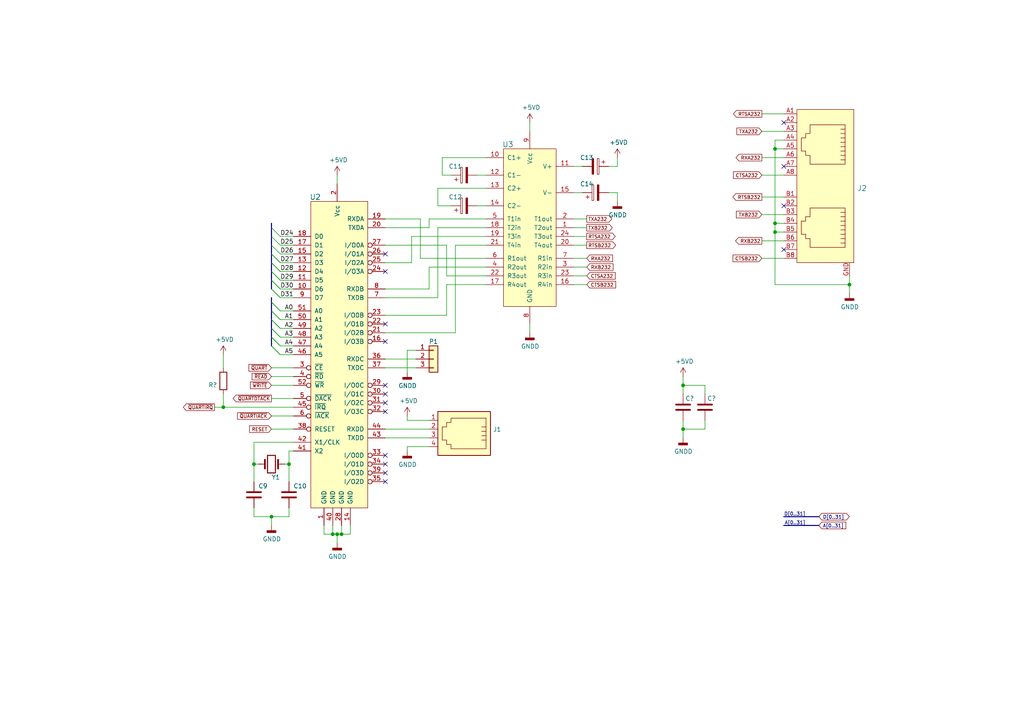
<source format=kicad_sch>
(kicad_sch (version 20211123) (generator eeschema)
  (paper "A4")
  (title_block (title "MAXI030 - 68030 based expandable computer") (date "2021-10-02") (comment 1 "Lawrence Manning"))
  (lib_symbols
    (symbol "Aslak:DUALRJ45" (pin_names (offset 1.016))
      (property "Reference" "J" (at 33.655 10.16 0))
      (property "Value" "Aslak_DUALRJ45" (at -5.08 10.16 0))
      (symbol "DUALRJ45_0_1"
        (rectangle (start -10.16 -7.62) (end 34.29 8.89) (fill (type background)))
        (polyline (pts (xy 19.685 6.35) (xy 19.685 5.08)))
        (polyline (pts (xy 20.955 6.35) (xy 20.955 5.08)))
        (polyline (pts (xy 22.225 6.35) (xy 22.225 5.08)))
        (polyline (pts (xy 23.495 6.35) (xy 23.495 5.08)))
        (polyline (pts (xy 24.765 6.35) (xy 24.765 5.08)))
        (polyline (pts (xy 26.035 6.35) (xy 26.035 5.08)))
        (polyline (pts (xy 27.305 6.35) (xy 27.305 5.08)))
        (polyline (pts (xy 28.575 6.35) (xy 28.575 5.08)))
        (polyline (pts (xy -4.445 5.08) (xy -4.445 6.35) (xy -4.445 6.35)))
        (polyline (pts (xy -3.175 6.35) (xy -3.175 5.08) (xy -3.175 5.08)))
        (polyline (pts (xy -1.905 6.35) (xy -1.905 5.08) (xy -1.905 5.08)))
        (polyline (pts (xy -0.635 6.35) (xy -0.635 5.08) (xy -0.635 5.08)))
        (polyline (pts (xy 0.635 6.35) (xy 0.635 5.08) (xy 0.635 5.08)))
        (polyline (pts (xy 1.905 6.35) (xy 1.905 5.08) (xy 1.905 5.08)))
        (polyline (pts (xy 3.175 5.08) (xy 3.175 6.35) (xy 3.175 6.35)))
        (polyline (pts (xy 4.445 5.08) (xy 4.445 6.35) (xy 4.445 6.35)))
        (polyline (pts (xy 22.225 -6.35) (xy 22.225 -5.08) (xy 20.955 -5.08) (xy 20.955 -3.81) (xy 18.415 -3.81) (xy 18.415 6.35) (xy 29.845 6.35)))
        (polyline (pts (xy 22.225 -6.35) (xy 26.035 -6.35) (xy 26.035 -5.08) (xy 27.305 -5.08) (xy 27.305 -3.81) (xy 29.845 -3.81) (xy 29.845 6.35)))
        (polyline (pts (xy -5.715 6.35) (xy 5.715 6.35) (xy 5.715 -3.81) (xy 3.175 -3.81) (xy 3.175 -5.08) (xy 1.905 -5.08) (xy 1.905 -6.35) (xy -1.905 -6.35) (xy -1.905 -5.08) (xy -3.175 -5.08) (xy -3.175 -3.81) (xy -5.715 -3.81) (xy -5.715 6.35) (xy -5.715 6.35)))
      )
      (symbol "DUALRJ45_1_1"
        (pin passive line (at -8.89 -11.43 90) (length 3.81) (name "~") (number "A1"))
        (pin passive line (at -6.35 -11.43 90) (length 3.81) (name "~") (number "A2"))
        (pin passive line (at -3.81 -11.43 90) (length 3.81) (name "~") (number "A3"))
        (pin passive line (at -1.27 -11.43 90) (length 3.81) (name "~") (number "A4"))
        (pin passive line (at 1.27 -11.43 90) (length 3.81) (name "~") (number "A5"))
        (pin passive line (at 3.81 -11.43 90) (length 3.81) (name "~") (number "A6"))
        (pin passive line (at 6.35 -11.43 90) (length 3.81) (name "~") (number "A7"))
        (pin passive line (at 8.89 -11.43 90) (length 3.81) (name "~") (number "A8"))
        (pin passive line (at 15.24 -11.43 90) (length 3.81) (name "~") (number "B1"))
        (pin passive line (at 17.78 -11.43 90) (length 3.81) (name "~") (number "B2"))
        (pin passive line (at 20.32 -11.43 90) (length 3.81) (name "~") (number "B3"))
        (pin passive line (at 22.86 -11.43 90) (length 3.81) (name "~") (number "B4"))
        (pin passive line (at 25.4 -11.43 90) (length 3.81) (name "~") (number "B5"))
        (pin passive line (at 27.94 -11.43 90) (length 3.81) (name "~") (number "B6"))
        (pin passive line (at 30.48 -11.43 90) (length 3.81) (name "~") (number "B7"))
        (pin passive line (at 33.02 -11.43 90) (length 3.81) (name "~") (number "B8"))
        (pin passive line (at 38.1 7.62 180) (length 3.81) (name "~") (number "GND"))
      )
    )
    (symbol "Aslak:MAX238" (pin_names (offset 1.016))
      (property "Reference" "U" (at -5.08 -22.86 0))
      (property "Value" "Aslak_MAX238" (at 5.08 25.4 0))
      (symbol "MAX238_0_1"
        (rectangle (start -7.62 24.13) (end 7.62 -21.59) (fill (type background)))
      )
      (symbol "MAX238_1_1"
        (pin output line (at 12.7 1.27 180) (length 5.08) (name "T2out") (number "1"))
        (pin passive line (at -12.7 21.59 0) (length 5.08) (name "C1+") (number "10"))
        (pin passive line (at 12.7 19.05 180) (length 5.08) (name "V+") (number "11"))
        (pin passive line (at -12.7 16.51 0) (length 5.08) (name "C1-") (number "12"))
        (pin passive line (at -12.7 12.7 0) (length 5.08) (name "C2+") (number "13"))
        (pin passive line (at -12.7 7.62 0) (length 5.08) (name "C2-") (number "14"))
        (pin passive line (at 12.7 11.43 180) (length 5.08) (name "V-") (number "15"))
        (pin input line (at 12.7 -15.24 180) (length 5.08) (name "R4in") (number "16"))
        (pin output line (at -12.7 -15.24 0) (length 5.08) (name "R4out") (number "17"))
        (pin input line (at -12.7 1.27 0) (length 5.08) (name "T2in") (number "18"))
        (pin input line (at -12.7 -1.27 0) (length 5.08) (name "T3in") (number "19"))
        (pin output line (at 12.7 3.81 180) (length 5.08) (name "T1out") (number "2"))
        (pin output line (at 12.7 -3.81 180) (length 5.08) (name "T4out") (number "20"))
        (pin input line (at -12.7 -3.81 0) (length 5.08) (name "T4in") (number "21"))
        (pin output line (at -12.7 -12.7 0) (length 5.08) (name "R3out") (number "22"))
        (pin input line (at 12.7 -12.7 180) (length 5.08) (name "R3in") (number "23"))
        (pin output line (at 12.7 -1.27 180) (length 5.08) (name "T3out") (number "24"))
        (pin input line (at 12.7 -10.16 180) (length 5.08) (name "R2in") (number "3"))
        (pin output line (at -12.7 -10.16 0) (length 5.08) (name "R2out") (number "4"))
        (pin input line (at -12.7 3.81 0) (length 5.08) (name "T1in") (number "5"))
        (pin output line (at -12.7 -7.62 0) (length 5.08) (name "R1out") (number "6"))
        (pin input line (at 12.7 -7.62 180) (length 5.08) (name "R1in") (number "7"))
        (pin power_in line (at 0 -26.67 90) (length 5.08) (name "GND") (number "8"))
        (pin power_in line (at 0 29.21 270) (length 5.08) (name "Vcc") (number "9"))
      )
    )
    (symbol "Aslak:SC26C94" (pin_names (offset 1.016))
      (property "Reference" "U" (at -7.62 50.8 0))
      (property "Value" "Aslak_SC26C94" (at 6.35 50.8 0))
      (symbol "SC26C94_0_1"
        (rectangle (start -7.62 49.53) (end 8.89 -39.37) (fill (type background)))
      )
      (symbol "SC26C94_1_1"
        (pin power_in line (at -3.81 -44.45 90) (length 5.08) (name "GND") (number "1"))
        (pin bidirectional line (at -12.7 24.13 0) (length 5.08) (name "D6") (number "10"))
        (pin bidirectional line (at -12.7 26.67 0) (length 5.08) (name "D5") (number "11"))
        (pin bidirectional line (at -12.7 29.21 0) (length 5.08) (name "D4") (number "12"))
        (pin bidirectional line (at -12.7 31.75 0) (length 5.08) (name "D3") (number "13"))
        (pin power_in line (at 3.81 -44.45 90) (length 5.08) (name "GND") (number "14"))
        (pin bidirectional line (at -12.7 34.29 0) (length 5.08) (name "D2") (number "15"))
        (pin input inverted (at 13.97 8.89 180) (length 5.08) (name "I/O3B") (number "16"))
        (pin bidirectional line (at -12.7 36.83 0) (length 5.08) (name "D1") (number "17"))
        (pin bidirectional line (at -12.7 39.37 0) (length 5.08) (name "D0") (number "18"))
        (pin input line (at 13.97 44.45 180) (length 5.08) (name "RXDA") (number "19"))
        (pin power_in line (at 0 54.61 270) (length 5.08) (name "Vcc") (number "2"))
        (pin output line (at 13.97 41.91 180) (length 5.08) (name "TXDA") (number "20"))
        (pin input inverted (at 13.97 11.43 180) (length 5.08) (name "I/O2B") (number "21"))
        (pin input inverted (at 13.97 13.97 180) (length 5.08) (name "I/O1B") (number "22"))
        (pin input inverted (at 13.97 16.51 180) (length 5.08) (name "I/O0B") (number "23"))
        (pin input inverted (at 13.97 29.21 180) (length 5.08) (name "I/O3A") (number "24"))
        (pin input inverted (at 13.97 31.75 180) (length 5.08) (name "I/O2A") (number "25"))
        (pin input inverted (at 13.97 34.29 180) (length 5.08) (name "I/O1A") (number "26"))
        (pin input inverted (at 13.97 36.83 180) (length 5.08) (name "I/O0A") (number "27"))
        (pin power_in line (at 1.27 -44.45 90) (length 5.08) (name "GND") (number "28"))
        (pin input inverted (at 13.97 -3.81 180) (length 5.08) (name "I/O0C") (number "29"))
        (pin input inverted (at -12.7 1.27 0) (length 5.08) (name "~{CE}") (number "3"))
        (pin input inverted (at 13.97 -6.35 180) (length 5.08) (name "I/O1C") (number "30"))
        (pin input inverted (at 13.97 -8.89 180) (length 5.08) (name "I/O2C") (number "31"))
        (pin input inverted (at 13.97 -11.43 180) (length 5.08) (name "I/O3C") (number "32"))
        (pin input inverted (at 13.97 -24.13 180) (length 5.08) (name "I/O0D") (number "33"))
        (pin input inverted (at 13.97 -26.67 180) (length 5.08) (name "I/O1D") (number "34"))
        (pin input inverted (at 13.97 -31.75 180) (length 5.08) (name "I/O2D") (number "35"))
        (pin input line (at 13.97 3.81 180) (length 5.08) (name "RXDC") (number "36"))
        (pin output line (at 13.97 1.27 180) (length 5.08) (name "TXDC") (number "37"))
        (pin input inverted (at -12.7 -16.51 0) (length 5.08) (name "RESET") (number "38"))
        (pin input inverted (at 13.97 -29.21 180) (length 5.08) (name "I/O3D") (number "39"))
        (pin input inverted (at -12.7 -1.27 0) (length 5.08) (name "~{RD}") (number "4"))
        (pin power_in line (at -1.27 -44.45 90) (length 5.08) (name "GND") (number "40"))
        (pin output line (at -12.7 -22.86 0) (length 5.08) (name "X2") (number "41"))
        (pin input line (at -12.7 -20.32 0) (length 5.08) (name "X1/CLK") (number "42"))
        (pin output line (at 13.97 -19.05 180) (length 5.08) (name "TXDD") (number "43"))
        (pin input line (at 13.97 -16.51 180) (length 5.08) (name "RXDD") (number "44"))
        (pin open_collector inverted (at -12.7 -10.16 0) (length 5.08) (name "~{IRQ}") (number "45"))
        (pin input line (at -12.7 5.08 0) (length 5.08) (name "A5") (number "46"))
        (pin input line (at -12.7 7.62 0) (length 5.08) (name "A4") (number "47"))
        (pin input line (at -12.7 10.16 0) (length 5.08) (name "A3") (number "48"))
        (pin input line (at -12.7 12.7 0) (length 5.08) (name "A2") (number "49"))
        (pin output inverted (at -12.7 -7.62 0) (length 5.08) (name "~{DACK}") (number "5"))
        (pin input line (at -12.7 15.24 0) (length 5.08) (name "A1") (number "50"))
        (pin input line (at -12.7 17.78 0) (length 5.08) (name "A0") (number "51"))
        (pin input inverted (at -12.7 -3.81 0) (length 5.08) (name "~{WR}") (number "52"))
        (pin input inverted (at -12.7 -12.7 0) (length 5.08) (name "~{IACK}") (number "6"))
        (pin output line (at 13.97 21.59 180) (length 5.08) (name "TXDB") (number "7"))
        (pin input line (at 13.97 24.13 180) (length 5.08) (name "RXDB") (number "8"))
        (pin bidirectional line (at -12.7 21.59 0) (length 5.08) (name "D7") (number "9"))
      )
    )
    (symbol "Connector:RJ10" (pin_names (offset 1.016))
      (property "Reference" "J" (at -5.08 8.89 0))
      (property "Value" "RJ10" (at 2.54 8.89 0))
      (symbol "RJ10_0_1"
        (polyline (pts (xy -6.35 -0.635) (xy -5.08 -0.635) (xy -5.08 -0.635)))
        (polyline (pts (xy -6.35 0.635) (xy -5.08 0.635) (xy -5.08 0.635)))
        (polyline (pts (xy -6.35 1.905) (xy -5.08 1.905) (xy -5.08 1.905)))
        (polyline (pts (xy -6.35 3.175) (xy -5.08 3.175) (xy -5.08 3.175)))
        (polyline (pts (xy -6.35 -3.175) (xy -6.35 5.715) (xy -1.27 5.715) (xy 3.81 5.715) (xy 3.81 4.445) (xy 5.08 4.445) (xy 5.08 3.175) (xy 6.35 3.175) (xy 6.35 -0.635) (xy 5.08 -0.635) (xy 5.08 -1.905) (xy 3.81 -1.905) (xy 3.81 -3.175) (xy -6.35 -3.175) (xy -6.35 -3.175)))
        (rectangle (start 7.62 7.62) (end -7.62 -5.08) (stroke (width 0.254)) (fill (type background)))
      )
      (symbol "RJ10_1_1"
        (pin passive line (at 10.16 -2.54 180) (length 2.54) (name "~") (number "1"))
        (pin passive line (at 10.16 0 180) (length 2.54) (name "~") (number "2"))
        (pin passive line (at 10.16 2.54 180) (length 2.54) (name "~") (number "3"))
        (pin passive line (at 10.16 5.08 180) (length 2.54) (name "~") (number "4"))
      )
    )
    (symbol "Connector_Generic:Conn_01x03" (pin_names (offset 1.016) hide)
      (property "Reference" "J" (at 0 5.08 0))
      (property "Value" "Conn_01x03" (at 0 -5.08 0))
      (symbol "Conn_01x03_1_1"
        (rectangle (start -1.27 -2.413) (end 0 -2.667) (stroke (width 0.1524)))
        (rectangle (start -1.27 0.127) (end 0 -0.127) (stroke (width 0.1524)))
        (rectangle (start -1.27 2.667) (end 0 2.413) (stroke (width 0.1524)))
        (rectangle (start -1.27 3.81) (end 1.27 -3.81) (stroke (width 0.254)) (fill (type background)))
        (pin passive line (at -5.08 2.54 0) (length 3.81) (name "Pin_1") (number "1"))
        (pin passive line (at -5.08 0 0) (length 3.81) (name "Pin_2") (number "2"))
        (pin passive line (at -5.08 -2.54 0) (length 3.81) (name "Pin_3") (number "3"))
      )
    )
    (symbol "Device:C" (pin_numbers hide) (pin_names (offset 0.254))
      (property "Reference" "C" (at 0.635 2.54 0))
      (property "Value" "C" (at 0.635 -2.54 0))
      (symbol "C_0_1"
        (polyline (pts (xy -2.032 -0.762) (xy 2.032 -0.762)) (stroke (width 0.508)))
        (polyline (pts (xy -2.032 0.762) (xy 2.032 0.762)) (stroke (width 0.508)))
      )
      (symbol "C_1_1"
        (pin passive line (at 0 3.81 270) (length 2.794) (name "~") (number "1"))
        (pin passive line (at 0 -3.81 90) (length 2.794) (name "~") (number "2"))
      )
    )
    (symbol "Device:CP" (pin_numbers hide) (pin_names (offset 0.254))
      (property "Reference" "C" (at 0.635 2.54 0))
      (property "Value" "Device_CP" (at 0.635 -2.54 0))
      (symbol "CP_0_1"
        (rectangle (start -2.286 0.508) (end 2.286 1.016))
        (polyline (pts (xy -1.778 2.286) (xy -0.762 2.286)))
        (polyline (pts (xy -1.27 2.794) (xy -1.27 1.778)))
        (rectangle (start 2.286 -0.508) (end -2.286 -1.016) (fill (type outline)))
      )
      (symbol "CP_1_1"
        (pin passive line (at 0 3.81 270) (length 2.794) (name "~") (number "1"))
        (pin passive line (at 0 -3.81 90) (length 2.794) (name "~") (number "2"))
      )
    )
    (symbol "Device:Crystal" (pin_numbers hide) (pin_names (offset 1.016) hide)
      (property "Reference" "Y" (at 0 3.81 0))
      (property "Value" "Crystal" (at 0 -3.81 0))
      (symbol "Crystal_0_1"
        (rectangle (start -1.143 2.54) (end 1.143 -2.54) (stroke (width 0.3048)))
        (polyline (pts (xy -2.54 0) (xy -1.905 0)))
        (polyline (pts (xy -1.905 -1.27) (xy -1.905 1.27)) (stroke (width 0.508)))
        (polyline (pts (xy 1.905 -1.27) (xy 1.905 1.27)) (stroke (width 0.508)))
        (polyline (pts (xy 2.54 0) (xy 1.905 0)))
      )
      (symbol "Crystal_1_1"
        (pin passive line (at -3.81 0 0) (length 1.27) (name "1") (number "1"))
        (pin passive line (at 3.81 0 180) (length 1.27) (name "2") (number "2"))
      )
    )
    (symbol "Device:R" (pin_numbers hide) (pin_names (offset 0))
      (property "Reference" "R" (at 2.032 0 90))
      (property "Value" "R" (at 0 0 90))
      (symbol "R_0_1"
        (rectangle (start -1.016 -2.54) (end 1.016 2.54) (stroke (width 0.254)))
      )
      (symbol "R_1_1"
        (pin passive line (at 0 3.81 270) (length 1.27) (name "~") (number "1"))
        (pin passive line (at 0 -3.81 90) (length 1.27) (name "~") (number "2"))
      )
    )
    (symbol "power:+5VD" (power) (pin_names (offset 0))
      (property "Value" "+5VD" (at 0 3.556 0))
      (symbol "+5VD_0_1"
        (polyline (pts (xy -0.762 1.27) (xy 0 2.54)))
        (polyline (pts (xy 0 0) (xy 0 2.54)))
        (polyline (pts (xy 0 2.54) (xy 0.762 1.27)))
      )
      (symbol "+5VD_1_1"
        (pin power_in line (at 0 0 90) (length 0) hide (name "+5VD") (number "1"))
      )
    )
    (symbol "power:GNDD" (power) (pin_names (offset 0))
      (property "Value" "GNDD" (at 0 -3.175 0))
      (symbol "GNDD_0_1"
        (rectangle (start -1.27 -1.524) (end 1.27 -2.032) (stroke (width 0.254)) (fill (type outline)))
        (polyline (pts (xy 0 0) (xy 0 -1.524)))
      )
      (symbol "GNDD_1_1"
        (pin power_in line (at 0 0 270) (length 0) hide (name "GNDD") (number "1"))
      )
    )
  )
  (junction (at 224.79 43.18))
  (junction (at 64.77 118.11))
  (junction (at 78.74 149.86))
  (junction (at 73.66 134.62))
  (junction (at 224.79 67.31))
  (junction (at 224.79 64.77))
  (junction (at 198.12 111.76))
  (junction (at 83.82 134.62))
  (junction (at 198.12 124.46))
  (junction (at 96.52 154.94))
  (junction (at 97.79 154.94))
  (junction (at 99.06 154.94))
  (junction (at 246.38 82.55))
  (no_connect (at 111.76 134.62))
  (no_connect (at 227.33 35.56))
  (no_connect (at 111.76 73.66))
  (no_connect (at 111.76 78.74))
  (no_connect (at 111.76 139.7))
  (no_connect (at 111.76 119.38))
  (no_connect (at 227.33 72.39))
  (no_connect (at 227.33 48.26))
  (no_connect (at 111.76 93.98))
  (no_connect (at 111.76 132.08))
  (no_connect (at 111.76 116.84))
  (no_connect (at 111.76 137.16))
  (no_connect (at 111.76 111.76))
  (no_connect (at 227.33 59.69))
  (no_connect (at 111.76 99.06))
  (no_connect (at 111.76 114.3))
  (bus_entry (at 78.74 73.66) (size 2.54 2.54))
  (bus_entry (at 78.74 95.25) (size 2.54 2.54))
  (bus_entry (at 78.74 87.63) (size 2.54 2.54))
  (bus_entry (at 78.74 90.17) (size 2.54 2.54))
  (bus_entry (at 78.74 76.2) (size 2.54 2.54))
  (bus_entry (at 78.74 97.79) (size 2.54 2.54))
  (bus_entry (at 78.74 78.74) (size 2.54 2.54))
  (bus_entry (at 78.74 71.12) (size 2.54 2.54))
  (bus_entry (at 78.74 83.82) (size 2.54 2.54))
  (bus_entry (at 78.74 76.2) (size 2.54 2.54))
  (bus_entry (at 78.74 97.79) (size 2.54 2.54))
  (bus_entry (at 78.74 100.33) (size 2.54 2.54))
  (bus_entry (at 78.74 73.66) (size 2.54 2.54))
  (bus_entry (at 78.74 83.82) (size 2.54 2.54))
  (bus_entry (at 78.74 100.33) (size 2.54 2.54))
  (bus_entry (at 78.74 92.71) (size 2.54 2.54))
  (bus_entry (at 78.74 81.28) (size 2.54 2.54))
  (bus_entry (at 78.74 81.28) (size 2.54 2.54))
  (bus_entry (at 78.74 78.74) (size 2.54 2.54))
  (bus_entry (at 78.74 95.25) (size 2.54 2.54))
  (bus_entry (at 78.74 92.71) (size 2.54 2.54))
  (bus_entry (at 78.74 68.58) (size 2.54 2.54))
  (bus_entry (at 78.74 87.63) (size 2.54 2.54))
  (bus_entry (at 78.74 90.17) (size 2.54 2.54))
  (bus_entry (at 78.74 66.04) (size 2.54 2.54))
  (wire (pts (xy 128.27 45.72) (xy 128.27 50.8)))
  (wire (pts (xy 85.09 128.27) (xy 73.66 128.27)))
  (wire (pts (xy 96.52 152.4) (xy 96.52 154.94)))
  (wire (pts (xy 246.38 82.55) (xy 246.38 85.09)))
  (wire (pts (xy 64.77 114.3) (xy 64.77 118.11)))
  (wire (pts (xy 198.12 124.46) (xy 198.12 127)))
  (wire (pts (xy 81.28 102.87) (xy 85.09 102.87)))
  (wire (pts (xy 128.27 50.8) (xy 130.81 50.8)))
  (wire (pts (xy 124.46 83.82) (xy 124.46 77.47)))
  (bus (pts (xy 78.74 92.71) (xy 78.74 95.25)))
  (wire (pts (xy 166.37 55.88) (xy 168.91 55.88)))
  (wire (pts (xy 127 86.36) (xy 127 66.04)))
  (wire (pts (xy 85.09 120.65) (xy 78.74 120.65)))
  (wire (pts (xy 132.08 71.12) (xy 140.97 71.12)))
  (wire (pts (xy 166.37 68.58) (xy 170.18 68.58)))
  (wire (pts (xy 227.33 50.8) (xy 220.98 50.8)))
  (wire (pts (xy 85.09 90.17) (xy 81.28 90.17)))
  (wire (pts (xy 85.09 76.2) (xy 81.28 76.2)))
  (bus (pts (xy 78.74 73.66) (xy 78.74 76.2)))
  (wire (pts (xy 129.54 82.55) (xy 129.54 91.44)))
  (wire (pts (xy 124.46 66.04) (xy 124.46 63.5)))
  (wire (pts (xy 118.11 101.6) (xy 120.65 101.6)))
  (wire (pts (xy 140.97 82.55) (xy 129.54 82.55)))
  (wire (pts (xy 224.79 43.18) (xy 227.33 43.18)))
  (wire (pts (xy 227.33 40.64) (xy 224.79 40.64)))
  (wire (pts (xy 118.11 107.95) (xy 118.11 101.6)))
  (wire (pts (xy 111.76 127) (xy 124.46 127)))
  (wire (pts (xy 204.47 114.3) (xy 204.47 111.76)))
  (wire (pts (xy 85.09 109.22) (xy 78.74 109.22)))
  (wire (pts (xy 73.66 128.27) (xy 73.66 134.62)))
  (wire (pts (xy 127 54.61) (xy 140.97 54.61)))
  (wire (pts (xy 204.47 111.76) (xy 198.12 111.76)))
  (wire (pts (xy 179.07 48.26) (xy 179.07 45.72)))
  (wire (pts (xy 166.37 74.93) (xy 170.18 74.93)))
  (bus (pts (xy 78.74 87.63) (xy 78.74 90.17)))
  (wire (pts (xy 83.82 134.62) (xy 83.82 139.7)))
  (wire (pts (xy 85.09 115.57) (xy 78.74 115.57)))
  (wire (pts (xy 220.98 57.15) (xy 227.33 57.15)))
  (wire (pts (xy 176.53 48.26) (xy 179.07 48.26)))
  (wire (pts (xy 111.76 96.52) (xy 132.08 96.52)))
  (wire (pts (xy 85.09 86.36) (xy 81.28 86.36)))
  (wire (pts (xy 166.37 77.47) (xy 170.18 77.47)))
  (wire (pts (xy 118.11 120.65) (xy 118.11 121.92)))
  (wire (pts (xy 166.37 48.26) (xy 168.91 48.26)))
  (wire (pts (xy 224.79 82.55) (xy 246.38 82.55)))
  (wire (pts (xy 227.33 45.72) (xy 220.98 45.72)))
  (wire (pts (xy 129.54 80.01) (xy 129.54 71.12)))
  (wire (pts (xy 227.33 74.93) (xy 220.98 74.93)))
  (wire (pts (xy 120.65 106.68) (xy 111.76 106.68)))
  (bus (pts (xy 78.74 81.28) (xy 78.74 83.82)))
  (wire (pts (xy 85.09 118.11) (xy 64.77 118.11)))
  (wire (pts (xy 124.46 63.5) (xy 140.97 63.5)))
  (wire (pts (xy 83.82 147.32) (xy 83.82 149.86)))
  (wire (pts (xy 81.28 78.74) (xy 85.09 78.74)))
  (bus (pts (xy 78.74 78.74) (xy 78.74 81.28)))
  (wire (pts (xy 85.09 130.81) (xy 83.82 130.81)))
  (wire (pts (xy 129.54 91.44) (xy 111.76 91.44)))
  (wire (pts (xy 111.76 104.14) (xy 120.65 104.14)))
  (wire (pts (xy 81.28 92.71) (xy 85.09 92.71)))
  (wire (pts (xy 138.43 50.8) (xy 140.97 50.8)))
  (wire (pts (xy 246.38 80.01) (xy 246.38 82.55)))
  (wire (pts (xy 85.09 95.25) (xy 81.28 95.25)))
  (wire (pts (xy 224.79 43.18) (xy 224.79 64.77)))
  (bus (pts (xy 78.74 66.04) (xy 78.74 68.58)))
  (wire (pts (xy 153.67 38.1) (xy 153.67 35.56)))
  (wire (pts (xy 121.92 63.5) (xy 121.92 74.93)))
  (wire (pts (xy 93.98 152.4) (xy 93.98 154.94)))
  (bus (pts (xy 78.74 71.12) (xy 78.74 73.66)))
  (wire (pts (xy 99.06 154.94) (xy 99.06 152.4)))
  (wire (pts (xy 198.12 111.76) (xy 198.12 114.3)))
  (wire (pts (xy 124.46 77.47) (xy 140.97 77.47)))
  (bus (pts (xy 78.74 90.17) (xy 78.74 92.71)))
  (wire (pts (xy 81.28 100.33) (xy 85.09 100.33)))
  (wire (pts (xy 121.92 74.93) (xy 140.97 74.93)))
  (wire (pts (xy 85.09 111.76) (xy 78.74 111.76)))
  (wire (pts (xy 85.09 124.46) (xy 78.74 124.46)))
  (wire (pts (xy 140.97 45.72) (xy 128.27 45.72)))
  (wire (pts (xy 220.98 33.02) (xy 227.33 33.02)))
  (wire (pts (xy 119.38 68.58) (xy 119.38 76.2)))
  (wire (pts (xy 127 59.69) (xy 127 54.61)))
  (wire (pts (xy 64.77 102.87) (xy 64.77 106.68)))
  (wire (pts (xy 81.28 83.82) (xy 85.09 83.82)))
  (wire (pts (xy 179.07 55.88) (xy 176.53 55.88)))
  (wire (pts (xy 198.12 109.22) (xy 198.12 111.76)))
  (wire (pts (xy 130.81 59.69) (xy 127 59.69)))
  (wire (pts (xy 224.79 67.31) (xy 224.79 82.55)))
  (wire (pts (xy 224.79 40.64) (xy 224.79 43.18)))
  (wire (pts (xy 111.76 83.82) (xy 124.46 83.82)))
  (bus (pts (xy 78.74 64.77) (xy 78.74 66.04)))
  (wire (pts (xy 227.33 62.23) (xy 220.98 62.23)))
  (wire (pts (xy 97.79 53.34) (xy 97.79 50.8)))
  (wire (pts (xy 166.37 82.55) (xy 170.18 82.55)))
  (wire (pts (xy 227.33 69.85) (xy 220.98 69.85)))
  (wire (pts (xy 166.37 71.12) (xy 170.18 71.12)))
  (wire (pts (xy 204.47 121.92) (xy 204.47 124.46)))
  (wire (pts (xy 85.09 81.28) (xy 81.28 81.28)))
  (wire (pts (xy 97.79 154.94) (xy 99.06 154.94)))
  (wire (pts (xy 111.76 86.36) (xy 127 86.36)))
  (wire (pts (xy 138.43 59.69) (xy 140.97 59.69)))
  (wire (pts (xy 81.28 71.12) (xy 85.09 71.12)))
  (bus (pts (xy 227.33 152.4) (xy 237.49 152.4)))
  (wire (pts (xy 118.11 129.54) (xy 118.11 130.81)))
  (wire (pts (xy 140.97 80.01) (xy 129.54 80.01)))
  (bus (pts (xy 78.74 76.2) (xy 78.74 78.74)))
  (bus (pts (xy 78.74 68.58) (xy 78.74 71.12)))
  (wire (pts (xy 73.66 134.62) (xy 73.66 139.7)))
  (wire (pts (xy 74.93 134.62) (xy 73.66 134.62)))
  (wire (pts (xy 64.77 118.11) (xy 62.23 118.11)))
  (bus (pts (xy 78.74 86.36) (xy 78.74 87.63)))
  (wire (pts (xy 132.08 96.52) (xy 132.08 71.12)))
  (wire (pts (xy 97.79 154.94) (xy 97.79 157.48)))
  (wire (pts (xy 83.82 149.86) (xy 78.74 149.86)))
  (wire (pts (xy 227.33 64.77) (xy 224.79 64.77)))
  (wire (pts (xy 153.67 93.98) (xy 153.67 96.52)))
  (bus (pts (xy 78.74 97.79) (xy 78.74 100.33)))
  (wire (pts (xy 101.6 154.94) (xy 99.06 154.94)))
  (wire (pts (xy 166.37 66.04) (xy 170.18 66.04)))
  (wire (pts (xy 129.54 71.12) (xy 111.76 71.12)))
  (wire (pts (xy 140.97 68.58) (xy 119.38 68.58)))
  (wire (pts (xy 83.82 130.81) (xy 83.82 134.62)))
  (wire (pts (xy 127 66.04) (xy 140.97 66.04)))
  (wire (pts (xy 224.79 67.31) (xy 227.33 67.31)))
  (wire (pts (xy 81.28 97.79) (xy 85.09 97.79)))
  (wire (pts (xy 85.09 68.58) (xy 81.28 68.58)))
  (wire (pts (xy 111.76 63.5) (xy 121.92 63.5)))
  (wire (pts (xy 166.37 80.01) (xy 170.18 80.01)))
  (wire (pts (xy 111.76 124.46) (xy 124.46 124.46)))
  (wire (pts (xy 227.33 38.1) (xy 220.98 38.1)))
  (bus (pts (xy 78.74 95.25) (xy 78.74 97.79)))
  (wire (pts (xy 179.07 55.88) (xy 179.07 58.42)))
  (wire (pts (xy 198.12 121.92) (xy 198.12 124.46)))
  (wire (pts (xy 166.37 63.5) (xy 170.18 63.5)))
  (wire (pts (xy 83.82 134.62) (xy 82.55 134.62)))
  (wire (pts (xy 78.74 149.86) (xy 73.66 149.86)))
  (wire (pts (xy 93.98 154.94) (xy 96.52 154.94)))
  (wire (pts (xy 224.79 64.77) (xy 224.79 67.31)))
  (wire (pts (xy 118.11 121.92) (xy 124.46 121.92)))
  (wire (pts (xy 85.09 106.68) (xy 78.74 106.68)))
  (wire (pts (xy 204.47 124.46) (xy 198.12 124.46)))
  (wire (pts (xy 96.52 154.94) (xy 97.79 154.94)))
  (wire (pts (xy 78.74 152.4) (xy 78.74 149.86)))
  (wire (pts (xy 124.46 129.54) (xy 118.11 129.54)))
  (wire (pts (xy 119.38 76.2) (xy 111.76 76.2)))
  (wire (pts (xy 101.6 152.4) (xy 101.6 154.94)))
  (bus (pts (xy 227.33 149.86) (xy 237.49 149.86)))
  (wire (pts (xy 85.09 73.66) (xy 81.28 73.66)))
  (wire (pts (xy 111.76 66.04) (xy 124.46 66.04)))
  (wire (pts (xy 73.66 147.32) (xy 73.66 149.86)))
  (label "D31" (at 81.28 86.36 0))
  (label "D30" (at 81.28 83.82 0))
  (label "A0" (at 82.55 90.17 0))
  (label "D27" (at 81.28 76.2 0))
  (label "D25" (at 81.28 71.12 0))
  (label "D28" (at 81.28 78.74 0))
  (label "D24" (at 81.28 68.58 0))
  (label "A4" (at 82.55 100.33 0))
  (label "A1" (at 82.55 92.71 0))
  (label "A[0..31]" (at 233.68 152.4 180) (effects (font (size 0.9906 0.9906))))
  (label "D26" (at 81.28 73.66 0))
  (label "A2" (at 82.55 95.25 0))
  (label "D29" (at 81.28 81.28 0))
  (label "A5" (at 82.55 102.87 0))
  (label "A3" (at 82.55 97.79 0))
  (label "D[0..31]" (at 233.68 149.86 180) (effects (font (size 0.9906 0.9906))))
  (global_label "CTSA232" (shape input) (at 170.18 80.01 0) (effects (font (size 0.9906 0.9906))) (property "Intersheet References" "${INTERSHEET_REFS}" (effects hide)))
  (global_label "RTSB232" (shape output) (at 220.98 57.15 180) (effects (font (size 0.9906 0.9906))) (property "Intersheet References" "${INTERSHEET_REFS}" (effects hide)))
  (global_label "CTSA232" (shape input) (at 220.98 50.8 180) (effects (font (size 0.9906 0.9906))) (property "Intersheet References" "${INTERSHEET_REFS}" (effects hide)))
  (global_label "~{WRITE}" (shape input) (at 78.74 111.76 180) (effects (font (size 0.9906 0.9906))) (property "Intersheet References" "${INTERSHEET_REFS}" (effects hide)))
  (global_label "~{QUARTIRQ}" (shape output) (at 62.23 118.11 180) (effects (font (size 0.9906 0.9906))) (property "Intersheet References" "${INTERSHEET_REFS}" (effects hide)))
  (global_label "D[0..31]" (shape bidirectional) (at 237.49 149.86 0) (effects (font (size 0.9906 0.9906))) (property "Intersheet References" "${INTERSHEET_REFS}" (effects hide)))
  (global_label "~{QUART}" (shape input) (at 78.74 106.68 180) (effects (font (size 0.9906 0.9906))) (property "Intersheet References" "${INTERSHEET_REFS}" (effects hide)))
  (global_label "RXA232" (shape input) (at 170.18 74.93 0) (effects (font (size 0.9906 0.9906))) (property "Intersheet References" "${INTERSHEET_REFS}" (effects hide)))
  (global_label "CTSB232" (shape input) (at 170.18 82.55 0) (effects (font (size 0.9906 0.9906))) (property "Intersheet References" "${INTERSHEET_REFS}" (effects hide)))
  (global_label "TXA232" (shape input) (at 220.98 38.1 180) (effects (font (size 0.9906 0.9906))) (property "Intersheet References" "${INTERSHEET_REFS}" (effects hide)))
  (global_label "RTSB232" (shape output) (at 170.18 71.12 0) (effects (font (size 0.9906 0.9906))) (property "Intersheet References" "${INTERSHEET_REFS}" (effects hide)))
  (global_label "RTSA232" (shape output) (at 220.98 33.02 180) (effects (font (size 0.9906 0.9906))) (property "Intersheet References" "${INTERSHEET_REFS}" (effects hide)))
  (global_label "RTSA232" (shape output) (at 170.18 68.58 0) (effects (font (size 0.9906 0.9906))) (property "Intersheet References" "${INTERSHEET_REFS}" (effects hide)))
  (global_label "~{READ}" (shape input) (at 78.74 109.22 180) (effects (font (size 0.9906 0.9906))) (property "Intersheet References" "${INTERSHEET_REFS}" (effects hide)))
  (global_label "RXB232" (shape input) (at 170.18 77.47 0) (effects (font (size 0.9906 0.9906))) (property "Intersheet References" "${INTERSHEET_REFS}" (effects hide)))
  (global_label "RESET" (shape input) (at 78.74 124.46 180) (effects (font (size 0.9906 0.9906))) (property "Intersheet References" "${INTERSHEET_REFS}" (effects hide)))
  (global_label "CTSB232" (shape input) (at 220.98 74.93 180) (effects (font (size 0.9906 0.9906))) (property "Intersheet References" "${INTERSHEET_REFS}" (effects hide)))
  (global_label "~{QUARTDTACK}" (shape output) (at 78.74 115.57 180) (effects (font (size 0.9906 0.9906))) (property "Intersheet References" "${INTERSHEET_REFS}" (effects hide)))
  (global_label "TXA232" (shape output) (at 170.18 63.5 0) (effects (font (size 0.9906 0.9906))) (property "Intersheet References" "${INTERSHEET_REFS}" (effects hide)))
  (global_label "TXB232" (shape input) (at 220.98 62.23 180) (effects (font (size 0.9906 0.9906))) (property "Intersheet References" "${INTERSHEET_REFS}" (effects hide)))
  (global_label "~{QUARTIACK}" (shape input) (at 78.74 120.65 180) (effects (font (size 0.9906 0.9906))) (property "Intersheet References" "${INTERSHEET_REFS}" (effects hide)))
  (global_label "RXB232" (shape output) (at 220.98 69.85 180) (effects (font (size 0.9906 0.9906))) (property "Intersheet References" "${INTERSHEET_REFS}" (effects hide)))
  (global_label "TXB232" (shape output) (at 170.18 66.04 0) (effects (font (size 0.9906 0.9906))) (property "Intersheet References" "${INTERSHEET_REFS}" (effects hide)))
  (global_label "A[0..31]" (shape input) (at 237.49 152.4 0) (effects (font (size 0.9906 0.9906))) (property "Intersheet References" "${INTERSHEET_REFS}" (effects hide)))
  (global_label "RXA232" (shape output) (at 220.98 45.72 180) (effects (font (size 0.9906 0.9906))) (property "Intersheet References" "${INTERSHEET_REFS}" (effects hide)))
  (symbol (lib_id "Device:C") (at 204.47 118.11 0) (unit 1)
    (property "Reference" "C?" (at 205.105 115.57 0) (effects (justify left)))
  )
  (symbol (lib_id "Aslak:SC26C94") (at 97.79 107.95 0) (unit 1)
    (property "Reference" "U2" (at 91.44 57.15 0) (effects (font (size 1.524 1.524))))
    (property "Datasheet" "https://pdf.dzsc.com/6C9/SC26C94.pdf" (effects hide))
  )
  (symbol (lib_id "Device:Crystal") (at 78.74 134.62 0) (unit 1)
    (property "Reference" "Y1" (at 80.01 138.43 0))
  )
  (symbol (lib_id "Device:C") (at 83.82 143.51 0) (unit 1)
    (property "Reference" "C10" (at 85.09 140.97 0) (effects (justify left)))
  )
  (symbol (lib_id "Device:C") (at 73.66 143.51 0) (unit 1)
    (property "Reference" "C9" (at 74.93 140.97 0) (effects (justify left)))
  )
  (symbol (lib_id "power:GNDD") (at 78.74 152.4 0) (unit 1)
    (property "Reference" "#PWR010" (effects hide))
  )
  (symbol (lib_id "power:+5VD") (at 179.07 45.72 0) (unit 1)
    (property "Reference" "#PWR0177" (effects hide))
  )
  (symbol (lib_id "power:GNDD") (at 97.79 157.48 0) (unit 1)
    (property "Reference" "#PWR012" (effects hide))
  )
  (symbol (lib_id "Device:CP") (at 172.72 48.26 270) (unit 1)
    (property "Reference" "C13" (at 170.18 45.72 90))
  )
  (symbol (lib_id "Device:CP") (at 172.72 55.88 90) (unit 1)
    (property "Reference" "C14" (at 170.18 53.34 90))
  )
  (symbol (lib_id "Device:CP") (at 134.62 59.69 90) (unit 1)
    (property "Reference" "C12" (at 132.08 57.15 90))
  )
  (symbol (lib_id "Device:CP") (at 134.62 50.8 90) (unit 1)
    (property "Reference" "C11" (at 132.08 48.26 90))
  )
  (symbol (lib_id "Connector:RJ10") (at 134.62 124.46 180) (unit 1)
    (property "Reference" "J1" (at 143.002 124.5616 0) (effects (justify right)))
  )
  (symbol (lib_id "Connector_Generic:Conn_01x03") (at 125.73 104.14 0) (unit 1)
    (property "Reference" "P1" (at 125.73 99.06 0))
  )
  (symbol (lib_id "power:GNDD") (at 153.67 96.52 0) (unit 1)
    (property "Reference" "#PWR017" (effects hide))
  )
  (symbol (lib_id "power:GNDD") (at 118.11 130.81 0) (unit 1)
    (property "Reference" "#PWR015" (effects hide))
  )
  (symbol (lib_id "power:GNDD") (at 118.11 107.95 0) (unit 1)
    (property "Reference" "#PWR013" (effects hide))
  )
  (symbol (lib_id "power:GNDD") (at 179.07 58.42 0) (unit 1)
    (property "Reference" "#PWR018" (effects hide))
  )
  (symbol (lib_id "Aslak:MAX238") (at 153.67 67.31 0) (unit 1)
    (property "Reference" "U3" (at 147.32 41.91 0) (effects (font (size 1.524 1.524))))
  )
  (symbol (lib_id "power:+5VD") (at 153.67 35.56 0) (unit 1)
    (property "Reference" "#PWR016" (effects hide))
  )
  (symbol (lib_id "power:+5VD") (at 118.11 120.65 0) (unit 1)
    (property "Reference" "#PWR014" (effects hide))
  )
  (symbol (lib_id "Device:C") (at 198.12 118.11 0) (unit 1)
    (property "Reference" "C?" (at 198.755 115.57 0) (effects (justify left)))
  )
  (symbol (lib_id "power:GNDD") (at 198.12 127 0) (unit 1)
    (property "Reference" "#PWR?" (effects hide))
  )
  (symbol (lib_id "power:+5VD") (at 97.79 50.8 0) (unit 1)
    (property "Reference" "#PWR011" (effects hide))
  )
  (symbol (lib_id "power:GNDD") (at 246.38 85.09 0) (unit 1)
    (property "Reference" "#PWR021" (effects hide))
  )
  (symbol (lib_id "power:+5VD") (at 198.12 109.22 0) (unit 1)
    (property "Reference" "#PWR019" (effects hide))
  )
  (symbol (lib_id "Device:R") (at 64.77 110.49 180) (unit 1)
    (property "Reference" "R?" (at 62.992 111.6584 0) (effects (justify left)))
  )
  (symbol (lib_id "power:+5VD") (at 64.77 102.87 0) (unit 1)
    (property "Reference" "#PWR0185" (effects hide))
  )
  (symbol (lib_id "Aslak:DUALRJ45") (at 238.76 41.91 270) (unit 1)
    (property "Reference" "J2" (at 248.6152 54.61 90) (effects (font (size 1.524 1.524)) (justify left)))
  )
)
</source>
